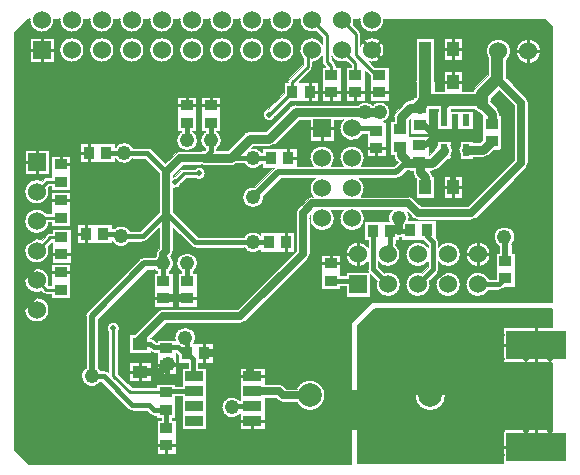
<source format=gbl>
%FSLAX25Y25*%
%MOIN*%
G04 EasyPC Gerber Version 18.0.8 Build 3632 *
%ADD18R,0.02402X0.03937*%
%ADD16R,0.03740X0.04331*%
%ADD19R,0.04134X0.05118*%
%ADD13R,0.06000X0.06000*%
%ADD12C,0.00100*%
%ADD10C,0.00500*%
%ADD11C,0.01000*%
%ADD24C,0.01500*%
%ADD22C,0.02000*%
%ADD23C,0.02500*%
%ADD25C,0.03000*%
%ADD26C,0.04000*%
%ADD21C,0.04800*%
%ADD14C,0.06000*%
%ADD70C,0.07874*%
%ADD20R,0.06181X0.03189*%
%ADD15R,0.04331X0.03740*%
%ADD17R,0.05118X0.04134*%
%ADD71R,0.20000X0.09646*%
X0Y0D02*
D02*
D10*
X120250Y51250D02*
X168394D01*
Y62626*
X184750*
Y84496*
X168394*
Y96642*
X184750*
Y102550*
X125850*
X120250Y96950*
Y75350*
X115450*
Y62550*
X120250*
Y51250*
X139122Y73750D02*
G75*
G02X149496I5187D01*
G01*
G75*
G02X139122I-5187*
G01*
X115450D02*
G36*
Y62550D01*
X120250*
Y51250*
X168394*
Y62626*
X184750*
Y73750*
X149496*
G75*
G02X139122I-5187*
G01*
X115450*
G37*
X139122D02*
G36*
G75*
G02X149496I5187D01*
G01*
X184750*
Y84496*
X168394*
Y96642*
X184750*
Y102550*
X125850*
X120250Y96950*
Y75350*
X115450*
Y73750*
X139122*
G37*
D02*
D11*
X10350Y64750D02*
X8350D01*
X10350Y76750D02*
X8350D01*
X10350Y92750D02*
X8350D01*
X10687Y151467D02*
X8687D01*
X12250Y62850D02*
Y60850D01*
Y66650D02*
Y68650D01*
Y74850D02*
Y72850D01*
Y78650D02*
Y80650D01*
Y90850D02*
Y88850D01*
Y94650D02*
Y96650D01*
X12333Y188907D02*
X10333D01*
X12350Y166750D02*
X10350D01*
X12350Y178750D02*
X10350D01*
X13187Y148967D02*
Y146967D01*
Y153967D02*
Y155967D01*
X14150Y64750D02*
X16150D01*
X14150Y76750D02*
X16150D01*
X14150Y92750D02*
X16150D01*
X14250Y164850D02*
Y162850D01*
Y168650D02*
Y170650D01*
Y176850D02*
Y174850D01*
Y180650D02*
Y182650D01*
X14833Y186407D02*
Y184407D01*
Y191407D02*
Y193407D01*
X16150Y166750D02*
X18150D01*
X16150Y178750D02*
X18150D01*
X17333Y188907D02*
X19333D01*
X19490Y114766D02*
X17490D01*
X19490Y138766D02*
X17490D01*
X19679Y120734D02*
X17679D01*
X21156Y109057D02*
X16226D01*
X13187Y112096*
X21156Y133057D02*
X14463D01*
X13187Y131781*
X21156Y145057D02*
X16620D01*
X13187Y141624*
X21156Y152136D02*
Y154136D01*
X21344Y126443D02*
X17691D01*
X13187Y121939*
X21350Y91750D02*
X19350D01*
X21350Y163750D02*
X19350D01*
X22821Y114766D02*
X24821D01*
X22821Y138766D02*
X24821D01*
X22821Y150766D02*
X24821D01*
X22906Y53406D02*
X21492Y51992D01*
X22906Y56094D02*
X21492Y57508D01*
X23010Y120734D02*
X25010D01*
X23250Y89850D02*
Y87850D01*
Y93650D02*
Y95650D01*
Y161850D02*
Y159850D01*
Y165650D02*
Y167650D01*
X25150Y91750D02*
X27150D01*
X25150Y163750D02*
X27150D01*
X25594Y53406D02*
X27008Y51992D01*
X25594Y56094D02*
X27008Y57508D01*
X26350Y173750D02*
X24350D01*
X27250Y136850D02*
Y134850D01*
Y140650D02*
Y142650D01*
X28219Y127656D02*
X26219D01*
X28250Y171850D02*
Y169850D01*
Y175650D02*
Y177650D01*
X29150Y138750D02*
X31150D01*
X29219Y154656D02*
X27219D01*
X29589Y125990D02*
Y123990D01*
Y129321D02*
Y131321D01*
X30150Y173750D02*
X32150D01*
X30589Y152990D02*
Y150990D01*
Y156321D02*
Y158321D01*
X36906Y112406D02*
X35492Y110992D01*
X36906Y115094D02*
X35492Y116508D01*
X38350Y139750D02*
X36350D01*
X38350Y162750D02*
X36350D01*
X38650Y96150D02*
Y80350D01*
X44250Y74750*
X56140*
X56156Y74766*
X39594Y115094D02*
X41008Y116508D01*
X40250Y137850D02*
Y135850D01*
Y141650D02*
Y143650D01*
Y160850D02*
Y158850D01*
Y164650D02*
Y166650D01*
X40906Y53406D02*
X39492Y51992D01*
X40906Y56094D02*
X39492Y57508D01*
X40906Y116406D02*
X39492Y114992D01*
X40906Y119094D02*
X39492Y120508D01*
X42150Y139750D02*
X44150D01*
X42150Y162750D02*
X44150D01*
X43350D02*
X41350D01*
X43594Y53406D02*
X45008Y51992D01*
X43594Y56094D02*
X45008Y57508D01*
X43594Y119094D02*
X45008Y120508D01*
X44350Y99750D02*
X42350D01*
X45250Y160850D02*
Y158850D01*
Y164650D02*
Y166650D01*
X45514Y81703D02*
X43514D01*
X46250Y97850D02*
Y95850D01*
Y101650D02*
Y103650D01*
X47150Y162750D02*
X49150D01*
X47350Y136750D02*
X45350D01*
X47350Y144750D02*
X45350D01*
X47573Y80136D02*
Y78136D01*
Y83270D02*
Y85270D01*
X48150Y99750D02*
X50150D01*
X49250Y134850D02*
Y132850D01*
Y138650D02*
Y140650D01*
Y142850D02*
Y140850D01*
Y146650D02*
Y148650D01*
X49632Y81703D02*
X51632D01*
X51150Y136750D02*
X53150D01*
X51150Y144750D02*
X53150D01*
X53679Y106089D02*
X51679D01*
X54679Y57089D02*
X52679D01*
X54679Y83734D02*
X52679D01*
X56344Y55719D02*
Y53719D01*
Y82364D02*
Y80364D01*
X57010Y106089D02*
X59010D01*
X57050Y82250D02*
Y80250D01*
X58010Y57089D02*
X60010D01*
X58010Y83734D02*
X60010D01*
X58950Y84150D02*
X60950D01*
X61350Y139750D02*
X59350D01*
X61490Y170411D02*
X59490D01*
X61679Y106089D02*
X59679D01*
X62350Y57750D02*
X60350D01*
X63156Y171781D02*
Y173781D01*
X63250Y137850D02*
Y135850D01*
Y141650D02*
Y143650D01*
X64250Y55850D02*
Y53850D01*
Y59650D02*
Y61650D01*
X64821Y170411D02*
X66821D01*
X65010Y106089D02*
X67010D01*
X65150Y139750D02*
X67150D01*
X66150Y57750D02*
X68150D01*
X67250Y147750D02*
X62250D01*
X59250Y144750*
X67350Y175750D02*
X65350D01*
X68911Y86179D02*
Y84179D01*
Y89510D02*
Y91510D01*
X69250Y177650D02*
Y179650D01*
X69350Y129750D02*
X67350D01*
X69490Y170411D02*
X67490D01*
X70281Y87844D02*
X72281D01*
X71150Y175750D02*
X73150D01*
X71156Y171781D02*
Y173781D01*
X71250Y131650D02*
Y133650D01*
X71906Y145406D02*
X70492Y143992D01*
X71906Y148094D02*
X70492Y149508D01*
X72821Y170411D02*
X74821D01*
X73150Y129750D02*
X75150D01*
X73350Y57750D02*
X71350D01*
X74594Y145406D02*
X76008Y143992D01*
X74594Y148094D02*
X76008Y149508D01*
X75250Y55850D02*
Y53850D01*
Y59650D02*
Y61650D01*
X75350Y117750D02*
X73350D01*
X77150Y57750D02*
X79150D01*
X77250Y115850D02*
Y113850D01*
Y119650D02*
Y121650D01*
X78350Y133750D02*
X76350D01*
X78350Y146750D02*
X76350D01*
X79150Y117750D02*
X81150D01*
X80250Y131850D02*
Y129850D01*
Y135650D02*
Y137650D01*
Y144850D02*
Y142850D01*
Y148650D02*
Y150650D01*
X82150Y133750D02*
X84150D01*
X82150Y146750D02*
X84150D01*
X82350Y57750D02*
X80350D01*
X82364Y65250D02*
X80364D01*
X82364Y80250D02*
X80364D01*
X82906Y116406D02*
X81492Y114992D01*
X82906Y119094D02*
X81492Y120508D01*
X84250Y55850D02*
Y53850D01*
Y59650D02*
Y61650D01*
X84955Y64156D02*
Y62156D01*
Y81344D02*
Y83344D01*
X85594Y116406D02*
X87008Y114992D01*
X85594Y119094D02*
X87008Y120508D01*
X86150Y57750D02*
X88150D01*
X87545Y65250D02*
X89545D01*
X87545Y80250D02*
X89545D01*
X90650Y167350D02*
X92250Y168950D01*
X92263*
X98357Y175044*
X92350Y98750D02*
X90350D01*
X94250Y96850D02*
Y94850D01*
Y100650D02*
Y102650D01*
X94350Y85750D02*
X92350D01*
X96111Y123179D02*
Y121179D01*
Y126510D02*
Y128510D01*
X96150Y98750D02*
X98150D01*
X96250Y83850D02*
Y81850D01*
Y87650D02*
Y89650D01*
X96911Y154510D02*
Y156510D01*
X98150Y85750D02*
X100150D01*
X98281Y152844D02*
X100281D01*
X98350Y57750D02*
X96350D01*
X98350Y160150D02*
X96350D01*
X98357Y175044D02*
Y178257D01*
X103450Y183350*
Y187525*
X104833Y188907*
X99350Y111750D02*
X97350D01*
X100250Y55850D02*
Y53850D01*
Y59650D02*
Y61650D01*
Y158250D02*
Y156250D01*
Y162050D02*
Y164050D01*
X101250Y109850D02*
Y107850D01*
Y113650D02*
Y115650D01*
X102150Y57750D02*
X104150D01*
X103150Y111750D02*
X105150D01*
X104066Y173379D02*
Y171379D01*
Y176710D02*
Y178710D01*
X105436Y175044D02*
X107436D01*
X105750Y162750D02*
X103750D01*
X108250Y160250D02*
Y158250D01*
X109490Y117766D02*
X107490D01*
X109679Y174734D02*
X107679D01*
X110750Y162750D02*
X112750D01*
X111156Y119136D02*
Y121136D01*
X111344Y173364D02*
Y171364D01*
Y180443D02*
Y183456D01*
X109850Y184950*
Y193890*
X104833Y198907*
X112350Y98750D02*
X110350D01*
X112821Y117766D02*
X114821D01*
X112906Y56406D02*
X111492Y54992D01*
X112906Y59094D02*
X111492Y60508D01*
X112906Y63406D02*
X111492Y61992D01*
X112906Y66094D02*
X111492Y67508D01*
X112906Y70406D02*
X111492Y68992D01*
X112906Y73094D02*
X111492Y74508D01*
X112906Y76406D02*
X111492Y74992D01*
X112906Y79094D02*
X111492Y80508D01*
X112906Y82406D02*
X111492Y80992D01*
X112906Y85094D02*
X111492Y86508D01*
X112906Y88406D02*
X111492Y86992D01*
X112906Y91094D02*
X111492Y92508D01*
X113010Y174734D02*
X115010D01*
X114250Y96850D02*
Y94850D01*
Y100650D02*
Y102650D01*
X115594Y56406D02*
X117008Y54992D01*
X115594Y59094D02*
X117008Y60508D01*
X115594Y63406D02*
X117008Y61992D01*
X115594Y66094D02*
X117008Y67508D01*
X115594Y70406D02*
X117008Y68992D01*
X115594Y73094D02*
X117008Y74508D01*
X115594Y76406D02*
X117008Y74992D01*
X115594Y79094D02*
X117008Y80508D01*
X115594Y82406D02*
X117008Y80992D01*
X115594Y85094D02*
X117008Y86508D01*
X115594Y88406D02*
X117008Y86992D01*
X115594Y91094D02*
X117008Y92508D01*
X116150Y98750D02*
X118150D01*
X117679Y174734D02*
X115679D01*
X117750Y120750D02*
X115750D01*
X119344Y173364D02*
Y171364D01*
Y180443D02*
Y184396D01*
X114833Y188907*
X120250Y118250D02*
Y116250D01*
Y123250D02*
Y125250D01*
X121010Y174734D02*
X123010D01*
X123065Y190675D02*
X121651Y192089D01*
X123906Y144094D02*
X122492Y145508D01*
X124679Y156334D02*
X122679D01*
X125679Y174734D02*
X123679D01*
X126344Y154964D02*
Y152964D01*
X126594Y144094D02*
X128008Y145508D01*
X126600Y187140D02*
X128015Y185726D01*
X126600Y190675D02*
X128015Y192089D01*
X127344Y180443D02*
X126357D01*
X119450Y187350*
Y194290*
X114833Y198907*
X128010Y156334D02*
X130010D01*
X129010Y174734D02*
X131010D01*
X133906Y142406D02*
X132492Y140992D01*
X133906Y179406D02*
X132492Y177992D01*
X133906Y182094D02*
X132492Y183508D01*
X134906Y194406D02*
X133492Y192992D01*
X134906Y197094D02*
X133492Y198508D01*
X136594Y142406D02*
X138008Y140992D01*
X136594Y145094D02*
X138008Y146508D01*
X136594Y179406D02*
X138008Y177992D01*
X136594Y182094D02*
X138008Y183508D01*
X137594Y194406D02*
X139008Y192992D01*
X137594Y197094D02*
X139008Y198508D01*
X150288Y143227D02*
X148288D01*
X150288Y178227D02*
X148288D01*
X150288Y189227D02*
X148288D01*
X151150Y160150D02*
X149150D01*
X151855Y141168D02*
Y139168D01*
Y145286D02*
Y147286D01*
Y180286D02*
Y182286D01*
Y187168D02*
Y185168D01*
Y191286D02*
Y193286D01*
X153050Y158250D02*
Y156250D01*
X153422Y143227D02*
X155422D01*
X153422Y178227D02*
X155422D01*
X153422Y189227D02*
X155422D01*
X154950Y160150D02*
X156950D01*
X157350Y183750D02*
X155350D01*
X157750Y120750D02*
X155750D01*
X158906Y147406D02*
X157492Y145992D01*
X158906Y150094D02*
X157492Y151508D01*
X159250Y181850D02*
Y179850D01*
Y185650D02*
Y187650D01*
X160250Y118250D02*
Y116250D01*
Y123250D02*
Y125250D01*
X161150Y183750D02*
X163150D01*
X161594Y147406D02*
X163008Y145992D01*
X161594Y150094D02*
X163008Y151508D01*
X162750Y120750D02*
X164750D01*
X167350Y153750D02*
X165350D01*
X169250Y151850D02*
Y149850D01*
Y155650D02*
Y157650D01*
Y166850D02*
Y164850D01*
Y170650D02*
Y172650D01*
X170144Y56553D02*
X168144D01*
X170144Y90569D02*
X168144D01*
X171350Y137750D02*
X169350D01*
X173250Y135850D02*
Y133850D01*
Y139650D02*
Y141650D01*
X174537Y188430D02*
X172537D01*
X175150Y137750D02*
X177150D01*
X177037Y185930D02*
Y183930D01*
Y190930D02*
Y192930D01*
X179537Y188430D02*
X181537D01*
X179644Y60876D02*
Y62876D01*
Y86246D02*
Y84246D01*
Y94892D02*
Y96892D01*
X179906Y113406D02*
X178492Y111992D01*
X179906Y116094D02*
X178492Y117508D01*
X180350Y129750D02*
X178350D01*
X180350Y145750D02*
X178350D01*
X180350Y163750D02*
X178350D01*
X180350Y176750D02*
X178350D01*
X182250Y127850D02*
Y125850D01*
Y131650D02*
Y133650D01*
Y143850D02*
Y141850D01*
Y147650D02*
Y149650D01*
Y161850D02*
Y159850D01*
Y165650D02*
Y167650D01*
Y174850D02*
Y172850D01*
Y178650D02*
Y180650D01*
X182594Y113406D02*
X184008Y111992D01*
X182594Y116094D02*
X184008Y117508D01*
D02*
D12*
X5550Y55650D02*
X10150Y51050D01*
X117850*
Y97750*
X125050Y104950*
X184950*
Y197050*
X182650Y199350*
X128858*
G75*
G02X124833Y194857I-4026J-443*
G01*
G75*
G02X120807Y199350J4050*
G01*
X118858*
G75*
G02X118574Y197358I-4026J-443*
G01*
X120547Y195386*
G75*
G02X121001Y194290I-1096J-1096*
G01*
Y190219*
G75*
G02X124833Y192957I3832J-1311*
G01*
G75*
G02Y184857J-4050*
G01*
G75*
G02X124061Y184932I1J4050*
G01*
X125628Y183364*
X130561*
Y171813*
X124128*
Y180480*
X122561Y182047*
Y171813*
X116128*
Y183364*
X117794*
Y183754*
X116382Y185166*
G75*
G02X111398Y186761I-1550J3742*
G01*
Y185593*
X112440Y184552*
G75*
G02X112894Y183456I-1095J-1097*
G01*
Y183364*
X114561*
Y171813*
X108128*
Y183364*
X109243*
X108753Y183854*
G75*
G02X108298Y184950I1095J1097*
G01*
Y186812*
G75*
G02X105001Y184861I-3465J2096*
G01*
Y183350*
G75*
G02X104546Y182254I-1550J0*
G01*
X100552Y178260*
X106986*
Y171829*
X97552*
X93456Y167741*
X92659Y166945*
G75*
G02X88600Y167350I-2009J405*
G01*
G75*
G02X90245Y169359I2050*
G01*
X91044Y170159*
X95437Y174543*
Y178260*
X96806*
G75*
G02X97261Y179353I1550J-3*
G01*
X101901Y183992*
Y186113*
G75*
G02X104833Y192957I2932J2794*
G01*
G75*
G02X108298Y191003J-4050*
G01*
Y193248*
X106382Y195165*
G75*
G02X100807Y199350I-1549J3742*
G01*
X98858*
G75*
G02X94833Y194857I-4026J-443*
G01*
G75*
G02X90807Y199350J4050*
G01*
X88858*
G75*
G02X84833Y194857I-4026J-443*
G01*
G75*
G02X80807Y199350J4050*
G01*
X78858*
G75*
G02X74833Y194857I-4026J-443*
G01*
G75*
G02X70807Y199350J4050*
G01*
X68858*
G75*
G02X64833Y194857I-4026J-443*
G01*
G75*
G02X60807Y199350J4050*
G01*
X58858*
G75*
G02X54833Y194857I-4026J-443*
G01*
G75*
G02X50807Y199350J4050*
G01*
X48858*
G75*
G02X44833Y194857I-4026J-443*
G01*
G75*
G02X40807Y199350J4050*
G01*
X38858*
G75*
G02X34833Y194857I-4026J-443*
G01*
G75*
G02X30807Y199350J4050*
G01*
X28858*
G75*
G02X24833Y194857I-4026J-443*
G01*
G75*
G02X20807Y199350J4050*
G01*
X18858*
G75*
G02X14833Y194857I-4026J-443*
G01*
G75*
G02X10807Y199350J4050*
G01*
X9850*
X5550Y195050*
Y55650*
X13187Y98204D02*
G75*
G02Y106304J4050D01*
G01*
G75*
G02Y98204J-4050*
G01*
X14737Y108355D02*
G75*
G02X13187Y108046I-1550J3741D01*
G01*
G75*
G02Y116146J4050*
G01*
G75*
G02X16953Y110607J-4050*
G01*
X17939*
Y117687*
X24372*
Y106136*
X17939*
Y107507*
X16226*
G75*
G02X15130Y107961J1550*
G01*
X14737Y108355*
Y125681D02*
X16595Y127539D01*
G75*
G02X17691Y127993I1096J-1096*
G01*
X18128*
Y129364*
X24561*
Y117813*
X18128*
Y124688*
X16929Y123489*
G75*
G02X13187Y117889I-3742J-1550*
G01*
G75*
G02Y125989J4050*
G01*
G75*
G02X14737Y125681J-4050*
G01*
Y145366D02*
X15524Y146153D01*
G75*
G02X16620Y146607I1096J-1096*
G01*
X17939*
Y153687*
X24372*
Y142136*
X17939*
Y143507*
X17262*
X16929Y143174*
G75*
G02X13187Y137574I-3742J-1550*
G01*
G75*
G02Y145674J4050*
G01*
G75*
G02X14737Y145366J-4050*
G01*
X16089Y134607D02*
X17939D01*
Y141687*
X24372*
Y130136*
X17939*
Y131507*
X17228*
G75*
G02X13187Y127731I-4041J274*
G01*
G75*
G02Y135831J4050*
G01*
G75*
G02X16089Y134607J-4050*
G01*
X17238Y147415D02*
X9136D01*
Y155518*
X17238*
Y147415*
X18884Y184856D02*
X10781D01*
Y192959*
X18884*
Y184856*
X24833Y184857D02*
G75*
G02Y192957J4050D01*
G01*
G75*
G02Y184857J-4050*
G01*
X29400Y82925D02*
Y100150D01*
G75*
G02X30000Y101600I2050*
G01*
X47600Y119200*
G75*
G02X49050Y119800I1450J-1450*
G01*
X52475*
G75*
G02X52950Y120322I2776J-2050*
G01*
Y120750*
G75*
G02X53624Y122376I2300*
G01*
X53950Y122703*
Y129704*
X49723Y125477*
G75*
G02X48450Y124950I-1273J1273*
G01*
X44194*
G75*
G02X38219Y125101I-2944J1800*
G01*
Y124439*
X26667*
Y130872*
X38219*
Y129456*
X39108*
G75*
G02X44194Y128550I2142J-2706*
G01*
X47704*
X53950Y134796*
Y140422*
G75*
G02X53920Y141324I2299J528*
G01*
Y147892*
X49092Y152720*
X45175*
G75*
G02X39339Y152698I-2925J1830*
G01*
X39219*
Y151439*
X27667*
Y157872*
X39219*
Y156613*
X39485*
G75*
G02X45175Y156380I2765J-2063*
G01*
X49850*
G75*
G02X51144Y155844I0J-1830*
G01*
X55918Y151070*
X59424Y154576*
G75*
G02X61050Y155250I1626J-1626*
G01*
X67926*
G75*
G02X69064Y155510I1124J-2300*
G01*
X69395Y155841*
G75*
G02X69198Y161524I1855J2909*
G01*
Y161781*
X67939*
Y173333*
X74372*
Y161781*
X73113*
Y161654*
G75*
G02X73050Y155807I-1863J-2904*
G01*
Y155500*
X76794*
X82447Y161152*
G75*
G02X84250Y161898I1803J-1804*
G01*
X89593*
X97646Y169954*
G75*
G02X99450Y170702I1804J-1803*
G01*
X120328*
G75*
G02X124972I2322J-2552*
G01*
X125128*
G75*
G02X130900Y168150I2322J-2552*
G01*
G75*
G02X128770Y164963I-3450*
G01*
X129561*
Y153415*
X123128*
Y160950*
X121878*
G75*
G02X114200Y162750I-3628J1800*
G01*
G75*
G02X115374Y165602I4050*
G01*
X112301*
Y158699*
X104199*
Y165602*
X100507*
X92454Y157546*
G75*
G02X90650Y156798I-1804J1803*
G01*
X85306*
X84656Y156148*
G75*
G02X88024Y154802I594J-3399*
G01*
X88281*
Y156061*
X99833*
Y150200*
X105104*
G75*
G02X104200Y152750I3146J2550*
G01*
G75*
G02X112300I4050*
G01*
G75*
G02X111396Y150200I-4050*
G01*
X115104*
G75*
G02X114200Y152750I3146J2550*
G01*
G75*
G02X122300I4050*
G01*
G75*
G02X121396Y150200I-4050*
G01*
X132201*
X133398Y151397*
X132848Y151948*
G75*
G02X132102Y153750I1804J1802*
G01*
Y153781*
X130939*
Y165333*
X132102*
Y166550*
G75*
G02X132848Y168353I2550*
G01*
X135894Y171399*
G75*
G02X137530Y172141I1804J-1803*
G01*
Y172518*
X138473*
G75*
G02X139304Y173117I2272J-2273*
G01*
X139443Y173256*
Y178227*
G75*
G02X139486Y178755I3207*
G01*
Y181837*
X139553*
Y185618*
X139486*
Y192837*
X145719*
Y185618*
X145653*
Y181837*
X145719*
Y179161*
G75*
G02X145857Y178227I-3069J-934*
G01*
Y175200*
X148738*
Y181837*
X154970*
Y175200*
X158587*
G75*
G02X159293Y176307I2863J-1050*
G01*
X163600Y180613*
Y186289*
G75*
G02X162987Y188430I3437J2142*
G01*
G75*
G02X171087I4050*
G01*
G75*
G02X169700Y185379I-4050*
G01*
Y180095*
G75*
G02X169788Y179465I-3050J-746*
G01*
X176276Y172976*
G75*
G02X176950Y171350I-1626J-1626*
G01*
Y151350*
G75*
G02X176276Y149724I-2300*
G01*
X159476Y132924*
G75*
G02X157850Y132250I-1626J1626*
G01*
X140250*
G75*
G02X138624Y132924J2300*
G01*
X136787Y134761*
G75*
G02X137183Y132061I-2937J-1811*
G01*
X146187*
Y126359*
X146523Y126023*
G75*
G02X147050Y124750I-1273J-1273*
G01*
Y123232*
G75*
G02X150250Y124800I3200J-2482*
G01*
G75*
G02Y116700J-4050*
G01*
G75*
G02X147050Y118268J4050*
G01*
Y115750*
G75*
G02X146523Y114477I-1800*
G01*
X144088Y112043*
G75*
G02X140250Y106700I-3838J-1293*
G01*
G75*
G02Y114800J4050*
G01*
G75*
G02X141543Y114588J-4050*
G01*
X143450Y116496*
Y118268*
G75*
G02X140250Y116700I-3200J2482*
G01*
G75*
G02Y124800J4050*
G01*
G75*
G02X143450Y123232J-4050*
G01*
Y124004*
X141993Y125461*
G75*
G02X141846Y125628I1273J1274*
G01*
X134636*
Y126452*
G75*
G02X133864Y126316I-786J2204*
G01*
Y125439*
X132743*
Y123942*
G75*
G02X130250Y116700I-2493J-3192*
G01*
G75*
G02X127034Y118288J4050*
G01*
Y116511*
X128957Y114588*
G75*
G02X130250Y114800I1293J-3838*
G01*
G75*
G02Y106700J-4050*
G01*
G75*
G02X126412Y112043J4050*
G01*
X124301Y114153*
Y106699*
X116199*
Y110257*
X114372*
Y109136*
X107939*
Y120687*
X114372*
Y113857*
X116199*
Y114801*
X123715*
G75*
G02X123434Y115766I1520J965*
G01*
Y118247*
G75*
G02X120250Y116700I-3184J2503*
G01*
G75*
G02Y124800J4050*
G01*
G75*
G02X123434Y123253J-4050*
G01*
Y125439*
X122313*
Y131872*
X130573*
G75*
G02X131472Y135450I3277J1078*
G01*
X121269*
G75*
G02X122300Y132750I-3019J-2700*
G01*
G75*
G02X114200I-4050*
G01*
G75*
G02X115231Y135450I4050J0*
G01*
X111269*
G75*
G02X112300Y132750I-3019J-2700*
G01*
G75*
G02X104200I-4050*
G01*
G75*
G02X104333Y133781I4050J0*
G01*
X104150Y133597*
Y120950*
G75*
G02X103476Y119324I-2300*
G01*
X82676Y98524*
G75*
G02X81050Y97850I-1626J1626*
G01*
X56121*
X51183Y92912*
Y92750*
G75*
G02X52318Y92228I-138J-1795*
G01*
X52996Y91550*
X53128*
Y92364*
X59250*
G75*
G02X59200Y92950I3400J585*
G01*
G75*
G02X66100I3450*
G01*
G75*
G02X65537Y91061I-3450*
G01*
X71833*
Y84628*
X67050*
Y82896*
X69687*
Y62604*
X61404*
Y73450*
X59372*
Y66136*
X58144*
Y65719*
X59561*
Y54167*
X53128*
Y65719*
X54544*
Y66136*
X52939*
Y66993*
X52250*
G75*
G02X50866Y67566J1957*
G01*
X49839Y68593*
X45050*
G75*
G02X43666Y69166J1957*
G01*
X34639Y78193*
X34291*
G75*
G02X28000Y80150I-2841J1957*
G01*
G75*
G02X29400Y82925I3450*
G01*
X34833Y184857D02*
G75*
G02Y192957J4050D01*
G01*
G75*
G02Y184857J-4050*
G01*
X44833D02*
G75*
G02Y192957J4050D01*
G01*
G75*
G02Y184857J-4050*
G01*
X54833D02*
G75*
G02Y192957J4050D01*
G01*
G75*
G02Y184857J-4050*
G01*
X59939Y161781D02*
Y173333D01*
X66372*
Y161781*
X65113*
Y161654*
G75*
G02X66700Y158750I-1863J-2904*
G01*
G75*
G02X59800I-3450*
G01*
G75*
G02X61198Y161524I3450*
G01*
Y161781*
X59939*
X64833Y184857D02*
G75*
G02Y192957J4050D01*
G01*
G75*
G02Y184857J-4050*
G01*
X74833D02*
G75*
G02Y192957J4050D01*
G01*
G75*
G02Y184857J-4050*
G01*
X80813Y67441D02*
G75*
G02X74800Y69750I-2563J2309D01*
G01*
G75*
G02X80813Y72059I3450*
G01*
Y82896*
X89096*
Y77550*
X93750*
G75*
G02X95376Y76876J-2300*
G01*
X96203Y76050*
X99766*
G75*
G02X109178Y73750I4425J-2300*
G01*
G75*
G02X99766Y71450I-4987*
G01*
X95250*
G75*
G02X93624Y72124J2300*
G01*
X92797Y72950*
X89096*
Y62604*
X80813*
Y67441*
X84833Y184857D02*
G75*
G02Y192957J4050D01*
G01*
G75*
G02Y184857J-4050*
G01*
X94833D02*
G75*
G02Y192957J4050D01*
G01*
G75*
G02Y184857J-4050*
G01*
X150250Y106700D02*
G75*
G02Y114800J4050D01*
G01*
G75*
G02Y106700J-4050*
G01*
X154970Y192837D02*
Y185618D01*
X148738*
Y192837*
X154970*
X160250Y116700D02*
G75*
G02Y124800J4050D01*
G01*
G75*
G02Y116700J-4050*
G01*
X163878Y108950D02*
G75*
G02X160250Y106700I-3628J1800D01*
G01*
G75*
G02Y114800J4050*
G01*
G75*
G02X163878Y112550J-4050*
G01*
X166128*
Y121364*
X167294*
Y123580*
G75*
G02X165600Y126550I1756J2970*
G01*
G75*
G02X172500I3450*
G01*
G75*
G02X171394Y124019I-3450*
G01*
Y121364*
X172561*
Y109813*
X168969*
X168633Y109477*
G75*
G02X167360Y108950I-1273J1273*
G01*
X163878*
X181087Y188430D02*
G75*
G02X172987I-4050D01*
G01*
G75*
G02X181087I4050*
G01*
X5550Y102254D02*
G36*
Y72750D01*
X40081*
X34639Y78193*
X34291*
G75*
G02X28000Y80150I-2841J1957*
G01*
G75*
G02X29400Y82925I3450*
G01*
Y100150*
G75*
G02X30000Y101600I2050*
G01*
X30655Y102254*
X17237*
G75*
G02X13187Y98204I-4050*
G01*
G75*
G02X9137Y102254J4050*
G01*
X5550*
G37*
X9137D02*
G36*
G75*
G02X13187Y106304I4050D01*
G01*
G75*
G02X17237Y102254J-4050*
G01*
X30655*
X40312Y111911*
X24372*
Y106136*
X17939*
Y107507*
X16226*
G75*
G02X15130Y107961J1550*
G01*
X14737Y108355*
G75*
G02X13187Y108046I-1550J3741*
G01*
G75*
G02X9141Y111911J4050*
G01*
X5550*
Y102254*
X9137*
G37*
X86407D02*
G36*
X82676Y98524D01*
G75*
G02X81050Y97850I-1626J1626*
G01*
X56121*
X51183Y92912*
Y92750*
G75*
G02X52318Y92228I-138J-1795*
G01*
X52996Y91550*
X53128*
Y92364*
X59250*
G75*
G02X59200Y92950I3400J585*
G01*
G75*
G02X66100I3450*
G01*
G75*
G02X65537Y91061I-3450*
G01*
X71833*
Y84628*
X67050*
Y82896*
X69687*
Y72750*
X76546*
G75*
G02X80813Y72059I1704J-3000*
G01*
Y82896*
X89096*
Y77550*
X93750*
G75*
G02X95376Y76876J-2300*
G01*
X96203Y76050*
X99766*
G75*
G02X109178Y73750I4425J-2300*
G01*
G75*
G02X109077Y72750I-4987J0*
G01*
X117850*
Y97750*
X122354Y102254*
X86407*
G37*
X122354D02*
G36*
X125050Y104950D01*
X184950*
Y111911*
X172561*
Y109813*
X168969*
X168633Y109477*
G75*
G02X167360Y108950I-1273J1273*
G01*
X163878*
G75*
G02X160250Y106700I-3628J1800*
G01*
G75*
G02X156370Y111911J4050*
G01*
X154130*
G75*
G02X150250Y106700I-3880J-1161*
G01*
G75*
G02X146370Y111911J4050*
G01*
X144130*
G75*
G02X140250Y106700I-3880J-1161*
G01*
G75*
G02Y114800J4050*
G01*
G75*
G02X141543Y114588J-4050*
G01*
X143450Y116496*
Y118268*
G75*
G02X140250Y116700I-3200J2482*
G01*
G75*
G02Y124800J4050*
G01*
G75*
G02X143450Y123232J-4050*
G01*
Y124004*
X141993Y125461*
G75*
G02X141846Y125628I1273J1274*
G01*
X134636*
Y126452*
G75*
G02X133864Y126316I-786J2204*
G01*
Y125439*
X132743*
Y123942*
G75*
G02X130250Y116700I-2493J-3192*
G01*
G75*
G02X127034Y118288J4050*
G01*
Y116511*
X128957Y114588*
G75*
G02X130250Y114800I1293J-3838*
G01*
G75*
G02Y106700J-4050*
G01*
G75*
G02X126412Y112043J4050*
G01*
X124301Y114153*
Y106699*
X116199*
Y110257*
X114372*
Y109136*
X107939*
Y120687*
X114372*
Y113857*
X116199*
Y114801*
X123715*
G75*
G02X123434Y115766I1520J965*
G01*
Y118247*
G75*
G02X120250Y116700I-3184J2503*
G01*
G75*
G02Y124800J4050*
G01*
G75*
G02X123434Y123253J-4050*
G01*
Y125439*
X122313*
Y131872*
X130573*
G75*
G02X131472Y135450I3277J1078*
G01*
X121269*
G75*
G02X122300Y132750I-3019J-2700*
G01*
G75*
G02X114200I-4050*
G01*
G75*
G02X115231Y135450I4050J0*
G01*
X111269*
G75*
G02X112300Y132750I-3019J-2700*
G01*
G75*
G02X104200I-4050*
G01*
G75*
G02X104333Y133781I4050J0*
G01*
X104150Y133597*
Y120950*
G75*
G02X103476Y119324I-2300*
G01*
X86407Y102254*
X122354*
G37*
X9141Y111911D02*
G36*
G75*
G02X13187Y116146I4046J185D01*
G01*
G75*
G02X16953Y110607J-4050*
G01*
X17939*
Y117687*
X24372*
Y111911*
X40312*
X47600Y119200*
G75*
G02X49050Y119800I1450J-1450*
G01*
X52475*
G75*
G02X52950Y120322I2776J-2050*
G01*
Y120750*
G75*
G02X53624Y122376I2300*
G01*
X53950Y122703*
Y129704*
X49723Y125477*
G75*
G02X48450Y124950I-1273J1273*
G01*
X44194*
G75*
G02X39867Y123589I-2944J1800*
G01*
X24561*
Y117813*
X18128*
Y124688*
X16929Y123489*
G75*
G02X13187Y117889I-3742J-1550*
G01*
G75*
G02X9488Y123589J4050*
G01*
X5550*
Y111911*
X9141*
G37*
X146370D02*
G36*
G75*
G02X150250Y114800I3880J-1161D01*
G01*
G75*
G02X154130Y111911J-4050*
G01*
X156370*
G75*
G02X160250Y114800I3880J-1161*
G01*
G75*
G02X163878Y112550J-4050*
G01*
X166128*
Y121364*
X167294*
Y123580*
G75*
G02X167280Y123589I1752J2964*
G01*
X163139*
G75*
G02X160250Y116700I-2889J-2839*
G01*
G75*
G02X157361Y123589J4050*
G01*
X153139*
G75*
G02X150250Y116700I-2889J-2839*
G01*
G75*
G02X147050Y118268J4050*
G01*
Y115750*
G75*
G02X146523Y114477I-1800*
G01*
X144088Y112043*
G75*
G02X144130Y111911I-3837J-1294*
G01*
X146370*
G37*
X184950D02*
G36*
Y123589D01*
X171394*
Y121364*
X172561*
Y111911*
X184950*
G37*
X9488Y123589D02*
G36*
G75*
G02X13187Y125989I3699J-1650D01*
G01*
G75*
G02X14737Y125681J-4050*
G01*
X16595Y127539*
G75*
G02X17691Y127993I1096J-1096*
G01*
X18128*
Y129364*
X24561*
Y123589*
X39867*
G75*
G02X38219Y125101I1383J3161*
G01*
Y124439*
X26667*
Y130872*
X38219*
Y129456*
X39108*
G75*
G02X44194Y128550I2142J-2706*
G01*
X47704*
X53863Y134709*
X24372*
Y130136*
X17939*
Y131507*
X17228*
G75*
G02X13187Y127731I-4041J274*
G01*
G75*
G02X10389Y134709J4050*
G01*
X5550*
Y123589*
X9488*
G37*
X157361D02*
G36*
G75*
G02X160250Y124800I2889J-2839D01*
G01*
G75*
G02X163139Y123589J-4050*
G01*
X167280*
G75*
G02X165600Y126550I1770J2961*
G01*
G75*
G02X172500I3450*
G01*
G75*
G02X171394Y124019I-3450*
G01*
Y123589*
X184950*
Y134709*
X161262*
X159476Y132924*
G75*
G02X157850Y132250I-1626J1626*
G01*
X140250*
G75*
G02X138624Y132924J2300*
G01*
X136787Y134761*
G75*
G02X137183Y132061I-2937J-1811*
G01*
X146187*
Y126359*
X146523Y126023*
G75*
G02X147050Y124750I-1273J-1273*
G01*
Y123232*
G75*
G02X150250Y124800I3200J-2482*
G01*
G75*
G02X153139Y123589J-4050*
G01*
X157361*
G37*
X5550Y145630D02*
G36*
Y134709D01*
X10389*
G75*
G02X13187Y135831I2798J-2928*
G01*
G75*
G02X16089Y134607J-4050*
G01*
X17939*
Y141687*
X24372*
Y134709*
X53863*
X53950Y134796*
Y140422*
G75*
G02X53920Y141324I2299J528*
G01*
Y145630*
X24372*
Y142136*
X17939*
Y143507*
X17262*
X16929Y143174*
G75*
G02X13187Y137574I-3742J-1550*
G01*
G75*
G02X12594Y145630J4050*
G01*
X5550*
G37*
X12594D02*
G36*
G75*
G02X13187Y145674I593J-4007D01*
G01*
G75*
G02X14737Y145366J-4050*
G01*
X15524Y146153*
G75*
G02X16620Y146607I1096J-1096*
G01*
X17939*
Y151467*
X17238*
Y147415*
X9136*
Y151467*
X5550*
Y145630*
X12594*
G37*
X53920D02*
G36*
Y147892D01*
X49092Y152720*
X45175*
G75*
G02X39339Y152698I-2925J1830*
G01*
X39219*
Y151439*
X27667*
Y151467*
X24372*
Y145630*
X53920*
G37*
X172183Y145632D02*
G36*
X161262Y134711D01*
X184951*
Y145632*
X172183*
G37*
X184950Y145630D02*
G36*
Y151467D01*
X176950*
Y151350*
G75*
G02X176276Y149724I-2300*
G01*
X172183Y145630*
X184950*
G37*
X9136Y151467D02*
G36*
Y155518D01*
X17238*
Y151467*
X17939*
Y153687*
X24372*
Y151467*
X27667*
Y157872*
X39219*
Y156613*
X39485*
G75*
G02X45175Y156380I2765J-2063*
G01*
X49850*
G75*
G02X51144Y155844I0J-1830*
G01*
X55918Y151070*
X59424Y154576*
G75*
G02X61050Y155250I1626J-1626*
G01*
X67926*
G75*
G02X69064Y155510I1124J-2300*
G01*
X69395Y155841*
G75*
G02X69198Y161524I1855J2909*
G01*
Y161781*
X67939*
Y164316*
X66372*
Y161781*
X65113*
Y161654*
G75*
G02X66700Y158750I-1863J-2904*
G01*
G75*
G02X59800I-3450*
G01*
G75*
G02X61198Y161524I3450*
G01*
Y161781*
X59939*
Y164316*
X5550*
Y151467*
X9136*
G37*
X184951D02*
G36*
Y164317D01*
X176951*
Y151467*
X184951*
G37*
X5550Y188907D02*
G36*
Y164316D01*
X59939*
Y173333*
X66372*
Y164316*
X67939*
Y173333*
X74372*
Y161781*
X73113*
Y161654*
G75*
G02X73050Y155807I-1863J-2904*
G01*
Y155500*
X76794*
X82447Y161152*
G75*
G02X84250Y161898I1803J-1804*
G01*
X89593*
X97646Y169954*
G75*
G02X99450Y170702I1804J-1803*
G01*
X120328*
G75*
G02X124972I2322J-2552*
G01*
X125128*
G75*
G02X130900Y168150I2322J-2552*
G01*
G75*
G02X128770Y164963I-3450*
G01*
X129561*
Y153415*
X123128*
Y160950*
X121878*
G75*
G02X114200Y162750I-3628J1800*
G01*
G75*
G02X115374Y165602I4050*
G01*
X112301*
Y158699*
X104199*
Y165602*
X100507*
X92454Y157546*
G75*
G02X90650Y156798I-1804J1803*
G01*
X85306*
X84656Y156148*
G75*
G02X88024Y154802I594J-3399*
G01*
X88281*
Y156061*
X99833*
Y150200*
X105104*
G75*
G02X104200Y152750I3146J2550*
G01*
G75*
G02X112300I4050*
G01*
G75*
G02X111396Y150200I-4050*
G01*
X115104*
G75*
G02X114200Y152750I3146J2550*
G01*
G75*
G02X122300I4050*
G01*
G75*
G02X121396Y150200I-4050*
G01*
X132201*
X133398Y151397*
X132848Y151948*
G75*
G02X132102Y153750I1804J1802*
G01*
Y153781*
X130939*
Y165333*
X132102*
Y166550*
G75*
G02X132848Y168353I2550*
G01*
X135894Y171399*
G75*
G02X137530Y172141I1804J-1803*
G01*
Y172518*
X138473*
G75*
G02X139304Y173117I2272J-2273*
G01*
X139443Y173256*
Y178227*
G75*
G02X139486Y178755I3207*
G01*
Y181837*
X139553*
Y185618*
X139486*
Y188907*
X128883*
G75*
G02X124833Y184857I-4050*
G01*
G75*
G02X124061Y184932I1J4050*
G01*
X125628Y183364*
X130561*
Y171813*
X124128*
Y180480*
X122561Y182047*
Y171813*
X116128*
Y183364*
X117794*
Y183754*
X116382Y185166*
G75*
G02X111398Y186761I-1550J3742*
G01*
Y185593*
X112440Y184552*
G75*
G02X112894Y183456I-1095J-1097*
G01*
Y183364*
X114561*
Y171813*
X108128*
Y183364*
X109243*
X108753Y183854*
G75*
G02X108298Y184950I1095J1097*
G01*
Y186812*
G75*
G02X105001Y184861I-3465J2096*
G01*
Y183350*
G75*
G02X104546Y182254I-1550J0*
G01*
X100552Y178260*
X106986*
Y171829*
X97552*
X93456Y167741*
X92659Y166945*
G75*
G02X88600Y167350I-2009J405*
G01*
G75*
G02X90245Y169359I2050*
G01*
X91044Y170159*
X95437Y174543*
Y178260*
X96806*
G75*
G02X97261Y179353I1550J-3*
G01*
X101901Y183992*
Y186113*
G75*
G02X100783Y188907I2932J2794*
G01*
X98883*
G75*
G02X94833Y184857I-4050*
G01*
G75*
G02X90783Y188907J4050*
G01*
X88883*
G75*
G02X84833Y184857I-4050*
G01*
G75*
G02X80783Y188907J4050*
G01*
X78883*
G75*
G02X74833Y184857I-4050*
G01*
G75*
G02X70783Y188907J4050*
G01*
X68883*
G75*
G02X64833Y184857I-4050*
G01*
G75*
G02X60783Y188907J4050*
G01*
X58883*
G75*
G02X54833Y184857I-4050*
G01*
G75*
G02X50783Y188907J4050*
G01*
X48883*
G75*
G02X44833Y184857I-4050*
G01*
G75*
G02X40783Y188907J4050*
G01*
X38883*
G75*
G02X34833Y184857I-4050*
G01*
G75*
G02X30783Y188907J4050*
G01*
X28883*
G75*
G02X24833Y184857I-4050*
G01*
G75*
G02X20783Y188907J4050*
G01*
X18884*
Y184856*
X10781*
Y188907*
X5550*
G37*
X10781D02*
G36*
Y192959D01*
X18884*
Y188907*
X20783*
G75*
G02X24833Y192957I4050*
G01*
G75*
G02X28883Y188907J-4050*
G01*
X30783*
G75*
G02X34833Y192957I4050*
G01*
G75*
G02X38883Y188907J-4050*
G01*
X40783*
G75*
G02X44833Y192957I4050*
G01*
G75*
G02X48883Y188907J-4050*
G01*
X50783*
G75*
G02X54833Y192957I4050*
G01*
G75*
G02X58883Y188907J-4050*
G01*
X60783*
G75*
G02X64833Y192957I4050*
G01*
G75*
G02X68883Y188907J-4050*
G01*
X70783*
G75*
G02X74833Y192957I4050*
G01*
G75*
G02X78883Y188907J-4050*
G01*
X80783*
G75*
G02X84833Y192957I4050*
G01*
G75*
G02X88883Y188907J-4050*
G01*
X90783*
G75*
G02X94833Y192957I4050*
G01*
G75*
G02X98883Y188907J-4050*
G01*
X100783*
G75*
G02X104833Y192957I4050*
G01*
G75*
G02X108298Y191003J-4050*
G01*
Y193248*
X106382Y195165*
G75*
G02X100807Y199350I-1549J3742*
G01*
X98858*
G75*
G02X94833Y194857I-4026J-443*
G01*
G75*
G02X90807Y199350J4050*
G01*
X88858*
G75*
G02X84833Y194857I-4026J-443*
G01*
G75*
G02X80807Y199350J4050*
G01*
X78858*
G75*
G02X74833Y194857I-4026J-443*
G01*
G75*
G02X70807Y199350J4050*
G01*
X68858*
G75*
G02X64833Y194857I-4026J-443*
G01*
G75*
G02X60807Y199350J4050*
G01*
X58858*
G75*
G02X54833Y194857I-4026J-443*
G01*
G75*
G02X50807Y199350J4050*
G01*
X48858*
G75*
G02X44833Y194857I-4026J-443*
G01*
G75*
G02X40807Y199350J4050*
G01*
X38858*
G75*
G02X34833Y194857I-4026J-443*
G01*
G75*
G02X30807Y199350J4050*
G01*
X28858*
G75*
G02X24833Y194857I-4026J-443*
G01*
G75*
G02X20807Y199350J4050*
G01*
X18858*
G75*
G02X14833Y194857I-4026J-443*
G01*
G75*
G02X10807Y199350J4050*
G01*
X9850*
X5550Y195050*
Y188907*
X10781*
G37*
X139486D02*
G36*
Y192837D01*
X145719*
Y188907*
X148738*
Y192837*
X154970*
Y188907*
X163016*
G75*
G02X171059I4022J-477*
G01*
X173016*
G75*
G02X181059I4022J-477*
G01*
X184950*
Y197050*
X182650Y199350*
X128858*
G75*
G02X124833Y194857I-4026J-443*
G01*
G75*
G02X120807Y199350J4050*
G01*
X118858*
G75*
G02X118574Y197358I-4026J-443*
G01*
X120547Y195386*
G75*
G02X121001Y194290I-1096J-1096*
G01*
Y190219*
G75*
G02X124833Y192957I3832J-1311*
G01*
G75*
G02X128883Y188907J-4050*
G01*
X139486*
G37*
X145719D02*
G36*
Y185618D01*
X145653*
Y181837*
X145719*
Y179161*
G75*
G02X145857Y178227I-3069J-934*
G01*
Y175200*
X148738*
Y181837*
X154970*
Y175200*
X158587*
G75*
G02X159293Y176307I2863J-1050*
G01*
X163600Y180613*
Y186289*
G75*
G02X162987Y188430I3437J2142*
G01*
G75*
G02X163016Y188907I4050J-1*
G01*
X154970*
Y185618*
X148738*
Y188907*
X145719*
G37*
X171059D02*
G36*
G75*
G02X171087Y188430I-4022J-478D01*
G01*
G75*
G02X169700Y185379I-4050*
G01*
Y180095*
G75*
G02X169788Y179465I-3050J-746*
G01*
X176276Y172976*
G75*
G02X176950Y171350I-1626J-1626*
G01*
Y164316*
X184950*
Y188907*
X181059*
G75*
G02X181087Y188430I-4022J-478*
G01*
G75*
G02X172987I-4050*
G01*
G75*
G02X173016Y188907I4050J-1*
G01*
X171059*
G37*
X5550Y72750D02*
G36*
Y55650D01*
X10150Y51050*
X117850*
Y72750*
X109077*
G75*
G02X99766Y71450I-4886J1000*
G01*
X95250*
G75*
G02X93624Y72124J2300*
G01*
X92797Y72950*
X89096*
Y62604*
X80813*
Y67441*
G75*
G02X74800Y69750I-2563J2309*
G01*
G75*
G02X76546Y72750I3450*
G01*
X69687*
Y62604*
X61404*
Y73450*
X59372*
Y66136*
X58144*
Y65719*
X59561*
Y54167*
X53128*
Y65719*
X54544*
Y66136*
X52939*
Y66993*
X52250*
G75*
G02X50866Y67566J1957*
G01*
X49839Y68593*
X45050*
G75*
G02X43666Y69166J1957*
G01*
X40081Y72750*
X5550*
G37*
X33500Y82925D02*
G75*
G02X34291Y82107I-2050J-2775D01*
G01*
X35450*
G75*
G02X36834Y81534J-1957*
G01*
X36943Y81426*
Y95015*
G75*
G02X36600Y96150I1708J1135*
G01*
G75*
G02X40700I2050*
G01*
G75*
G02X40357Y95015I-2050*
G01*
Y81057*
X44957Y76457*
X52939*
Y77687*
X59372*
Y77050*
X61404*
Y82896*
X63450*
Y84628*
X60281*
Y87173*
X59561Y87893*
Y80813*
X53128*
Y87950*
X52250*
G75*
G02X51183Y88300J1800*
G01*
Y87837*
X43963*
Y94073*
X45845*
G75*
G02X45946Y94181I1729J-1520*
G01*
X53542Y101776*
G75*
G02X55168Y102450I1626J-1626*
G01*
X80097*
X99550Y121903*
Y134550*
G75*
G02X100224Y136176I2300*
G01*
X103424Y139376*
G75*
G02X105050Y140050I1626J-1626*
G01*
X105231*
G75*
G02X105974Y146100I3019J2700*
G01*
X94499*
X88662Y140263*
G75*
G02X88700Y139750I-3412J-512*
G01*
G75*
G02X81800I-3450*
G01*
G75*
G02X85763Y143162I3450*
G01*
X92200Y149600*
G75*
G02X92230Y149628I1448J-1459*
G01*
X88281*
Y150887*
X88154*
G75*
G02X82193Y151150I-2904J1863*
G01*
X79754*
G75*
G02X77250Y150400I-1904J1800*
G01*
X69274*
G75*
G02X67926Y150650I-224J2550*
G01*
X62003*
X58580Y147227*
Y146687*
G75*
G02X59103Y146795I671J-1938*
G01*
X61154Y148846*
G75*
G02X62250Y149300I1096J-1096*
G01*
X65908*
G75*
G02X69300Y147750I1342J-1550*
G01*
G75*
G02X65908Y146200I-2050*
G01*
X62892*
X61295Y144603*
G75*
G02X58580Y142813I-2045J147*
G01*
Y141324*
G75*
G02X58550Y140422I-2330J-374*
G01*
Y134796*
X66796Y126550*
X82307*
G75*
G02X87482Y127380I2943J-1800*
G01*
Y128061*
X99031*
Y121628*
X87482*
Y122120*
G75*
G02X82307Y122950I-2232J2630*
G01*
X66050*
G75*
G02X64777Y123477J1800*
G01*
X58550Y129704*
Y121750*
G75*
G02X57876Y120124I-2300*
G01*
X57813Y120060*
G75*
G02X57302Y114976I-2563J-2310*
G01*
Y114719*
X58561*
Y103167*
X52128*
Y114719*
X53387*
Y114846*
G75*
G02X52475Y115700I1863J2904*
G01*
X49899*
X33500Y99301*
Y82925*
X43963Y84821D02*
X51183D01*
Y78585*
X43963*
Y84821*
X60128Y103167D02*
Y114719D01*
X61387*
Y114846*
G75*
G02X59800Y117750I1863J2904*
G01*
G75*
G02X66700I3450*
G01*
G75*
G02X65302Y114976I-3450*
G01*
Y114719*
X66561*
Y103167*
X60128*
X40357Y81703D02*
G36*
Y81057D01*
X44957Y76457*
X52939*
Y77687*
X59372*
Y77050*
X61404*
Y82896*
X63450*
Y84628*
X60281*
Y87173*
X59561Y87893*
Y80813*
X53128*
Y81703*
X51183*
Y78585*
X43963*
Y81703*
X40357*
G37*
X43963D02*
G36*
Y84821D01*
X51183*
Y81703*
X53128*
Y87950*
X52250*
G75*
G02X51183Y88300J1800*
G01*
Y87837*
X43963*
Y94073*
X45845*
G75*
G02X45946Y94181I1729J-1520*
G01*
X53542Y101776*
G75*
G02X55168Y102450I1626J-1626*
G01*
X80097*
X89831Y112183*
X66561*
Y103167*
X60128*
Y112183*
X58561*
Y103167*
X52128*
Y114719*
X53387*
Y114846*
G75*
G02X52475Y115700I1863J2904*
G01*
X49899*
X33500Y99301*
Y82925*
G75*
G02X34291Y82107I-2050J-2775*
G01*
X35450*
G75*
G02X36834Y81534J-1957*
G01*
X36943Y81426*
Y95015*
G75*
G02X36600Y96150I1708J1135*
G01*
G75*
G02X40700I2050*
G01*
G75*
G02X40357Y95015I-2050*
G01*
Y81703*
X43963*
G37*
X60128Y112183D02*
G36*
Y114719D01*
X61387*
Y114846*
G75*
G02X59800Y117750I1863J2904*
G01*
G75*
G02X66700I3450*
G01*
G75*
G02X65302Y114976I-3450*
G01*
Y114719*
X66561*
Y112183*
X89831*
X99550Y121903*
Y134550*
G75*
G02X100224Y136176I2300*
G01*
X103424Y139376*
G75*
G02X105050Y140050I1626J-1626*
G01*
X105231*
G75*
G02X105974Y146100I3019J2700*
G01*
X94499*
X88662Y140263*
G75*
G02X88700Y139750I-3412J-512*
G01*
G75*
G02X81800I-3450*
G01*
G75*
G02X85763Y143162I3450*
G01*
X92200Y149600*
G75*
G02X92230Y149628I1448J-1459*
G01*
X88281*
Y150887*
X88154*
G75*
G02X82193Y151150I-2904J1863*
G01*
X79754*
G75*
G02X77250Y150400I-1904J1800*
G01*
X69274*
G75*
G02X67926Y150650I-224J2550*
G01*
X62003*
X58580Y147227*
Y146687*
G75*
G02X59103Y146795I671J-1938*
G01*
X61154Y148846*
G75*
G02X62250Y149300I1096J-1096*
G01*
X65908*
G75*
G02X69300Y147750I1342J-1550*
G01*
G75*
G02X65908Y146200I-2050*
G01*
X62892*
X61295Y144603*
G75*
G02X58580Y142813I-2045J147*
G01*
Y141324*
G75*
G02X58550Y140422I-2330J-374*
G01*
Y134796*
X66796Y126550*
X82307*
G75*
G02X87482Y127380I2943J-1800*
G01*
Y128061*
X99031*
Y121628*
X87482*
Y122120*
G75*
G02X82307Y122950I-2232J2630*
G01*
X66050*
G75*
G02X64777Y123477J1800*
G01*
X58550Y129704*
Y121750*
G75*
G02X57876Y120124I-2300*
G01*
X57813Y120060*
G75*
G02X57302Y114976I-2563J-2310*
G01*
Y114719*
X58561*
Y112183*
X60128*
G37*
X120526Y146100D02*
G75*
G02X121269Y140050I-2276J-3350D01*
G01*
X137050*
G75*
G02X138676Y139376J-2300*
G01*
X141203Y136850*
X156897*
X172350Y152303*
Y170397*
X167180Y175567*
X164500Y172887*
Y171695*
G75*
G02X164548Y171458I-3048J-745*
G01*
X166548Y169459*
G75*
G02X167294Y167656I-1803J-1803*
G01*
Y167163*
X167959*
Y155614*
X165431*
X163642Y153826*
G75*
G02X161839Y153079I-1803J1803*
G01*
X158640*
Y152610*
X154140*
Y154430*
G75*
G02Y156828I2250J1199*
G01*
Y158648*
X158640*
Y158179*
X160783*
X161530Y158926*
Y167163*
X161630*
X160942Y167852*
G75*
G02X158913Y169100I508J3098*
G01*
X152195*
G75*
G02X151432Y169010I-746J3049*
G01*
X151257Y168836*
Y168490*
X158640*
Y162453*
X146659*
Y168490*
X146843*
Y169100*
X143959*
Y160969*
X137530*
Y165822*
X137202Y165494*
Y165333*
X137372*
Y160132*
X143770*
Y154056*
X143928*
X146336Y156463*
G75*
G02X146659Y157132I2576J-834*
G01*
Y158648*
X151159*
Y157138*
G75*
G02X151619Y155629I-2248J-1509*
G01*
Y155210*
G75*
G02X151159Y153701I-2708*
G01*
Y152610*
X150141*
X146965Y149434*
G75*
G02X145050Y148641I-1915J1915*
G01*
X144167*
X144406Y148402*
G75*
G02X145143Y146837I-1802J-1804*
G01*
X145719*
Y139618*
X139486*
Y146107*
X139248Y146346*
G75*
G02X138499Y148150I1802J1805*
G01*
Y148583*
X137341*
Y148800*
X136850*
G75*
G02X136546Y148747I-599J2550*
G01*
X134500Y146700*
G75*
G02X133050Y146100I-1450J1450*
G01*
X120526*
X154970Y146837D02*
Y139618D01*
X148738*
Y146837*
X154970*
X145719Y143227D02*
G36*
Y139618D01*
X139486*
Y146107*
X139248Y146346*
G75*
G02X138499Y148150I1802J1805*
G01*
Y148583*
X137341*
Y148800*
X136850*
G75*
G02X136546Y148747I-599J2550*
G01*
X134500Y146700*
G75*
G02X133050Y146100I-1450J1450*
G01*
X120526*
G75*
G02X121269Y140050I-2276J-3350*
G01*
X137050*
G75*
G02X138676Y139376J-2300*
G01*
X141203Y136850*
X156897*
X163274Y143227*
X154970*
Y139618*
X148738*
Y143227*
X145719*
G37*
X148738D02*
G36*
Y146837D01*
X154970*
Y143227*
X163274*
X172350Y152303*
Y170397*
X167180Y175567*
X164500Y172887*
Y171695*
G75*
G02X164548Y171458I-3048J-745*
G01*
X166548Y169459*
G75*
G02X167294Y167656I-1803J-1803*
G01*
Y167163*
X167959*
Y155614*
X165431*
X163642Y153826*
G75*
G02X161839Y153079I-1803J1803*
G01*
X158640*
Y152610*
X154140*
Y154430*
G75*
G02Y156828I2250J1199*
G01*
Y158648*
X158640*
Y158179*
X160783*
X161530Y158926*
Y167163*
X161630*
X160942Y167852*
G75*
G02X158913Y169100I508J3098*
G01*
X152195*
G75*
G02X151432Y169010I-746J3049*
G01*
X151257Y168836*
Y168490*
X158640*
Y162453*
X146659*
Y168490*
X146843*
Y169100*
X143959*
Y160969*
X137530*
Y165822*
X137202Y165494*
Y165333*
X137372*
Y160132*
X143770*
Y154056*
X143928*
X146336Y156463*
G75*
G02X146659Y157132I2576J-834*
G01*
Y158648*
X151159*
Y157138*
G75*
G02X151619Y155629I-2248J-1509*
G01*
Y155210*
G75*
G02X151159Y153701I-2708*
G01*
Y152610*
X150141*
X146965Y149434*
G75*
G02X145050Y148641I-1915J1915*
G01*
X144167*
X144406Y148402*
G75*
G02X145143Y146837I-1802J-1804*
G01*
X145719*
Y143227*
X148738*
G37*
D02*
D13*
X13187Y151467D03*
X14833Y188907D03*
X108250Y162750D03*
X120250Y110750D03*
D02*
D14*
X13187Y102254D03*
Y112096D03*
Y121939D03*
Y131781D03*
Y141624D03*
X14833Y198907D03*
X24833Y188907D03*
Y198907D03*
X34833Y188907D03*
Y198907D03*
X44833Y188907D03*
Y198907D03*
X54833Y188907D03*
Y198907D03*
X64833Y188907D03*
Y198907D03*
X74833Y188907D03*
Y198907D03*
X84833Y188907D03*
Y198907D03*
X94833Y188907D03*
Y198907D03*
X104833Y188907D03*
Y198907D03*
X108250Y132750D03*
Y142750D03*
Y152750D03*
X114833Y188907D03*
Y198907D03*
X118250Y132750D03*
Y142750D03*
Y152750D03*
Y162750D03*
X120250Y120750D03*
X124833Y188907D03*
Y198907D03*
X130250Y110750D03*
Y120750D03*
X140250Y110750D03*
Y120750D03*
X150250Y110750D03*
Y120750D03*
X160250Y110750D03*
Y120750D03*
X167037Y188430D03*
X177037D03*
D02*
D15*
X21156Y109057D03*
Y114766D03*
Y133057D03*
Y138766D03*
Y145057D03*
Y150766D03*
X21344Y120734D03*
Y126443D03*
X55344Y106089D03*
Y111797D03*
X56156Y69057D03*
Y74766D03*
X56344Y57089D03*
Y62797D03*
Y83734D03*
Y89443D03*
X63156Y164703D03*
Y170411D03*
X63344Y106089D03*
Y111797D03*
X71156Y164703D03*
Y170411D03*
X111156Y112057D03*
Y117766D03*
X111344Y174734D03*
Y180443D03*
X119344Y174734D03*
Y180443D03*
X126344Y156334D03*
Y162043D03*
X127344Y174734D03*
Y180443D03*
X134156Y156703D03*
Y162411D03*
X140556Y151503D03*
Y157211D03*
X140744Y163889D03*
Y169597D03*
X164744Y158534D03*
Y164243D03*
X169344Y112734D03*
Y118443D03*
D02*
D16*
X29589Y127656D03*
X30589Y154656D03*
X35297Y127656D03*
X36297Y154656D03*
X63203Y87844D03*
X68911D03*
X90403Y124844D03*
X91203Y152844D03*
X96111Y124844D03*
X96911Y152844D03*
X98357Y175044D03*
X104066D03*
X125234Y128656D03*
X130943D03*
X137557Y128844D03*
X143266D03*
D02*
D17*
X47573Y81703D03*
Y90955D03*
D02*
D18*
X148910Y155629D03*
Y165471D03*
X152650D03*
X156390Y155629D03*
Y165471D03*
D02*
D19*
X142603Y143227D03*
Y178227D03*
Y189227D03*
X151855Y143227D03*
Y178227D03*
Y189227D03*
D02*
D70*
X104191Y73750D03*
X144309D03*
D02*
D71*
X179644Y56553D03*
Y90569D03*
D02*
D20*
X65545Y65250D03*
Y70250D03*
Y75250D03*
Y80250D03*
X84955Y65250D03*
Y70250D03*
Y75250D03*
Y80250D03*
D02*
D21*
X12250Y64750D03*
Y76750D03*
Y92750D03*
X14250Y166750D03*
Y178750D03*
X23250Y91750D03*
Y163750D03*
X24250Y54750D03*
X27250Y138750D03*
X28250Y173750D03*
X31450Y80150D03*
X38250Y113750D03*
X40250Y139750D03*
Y162750D03*
X41250Y126750D03*
X42250Y54750D03*
Y117750D03*
Y154550D03*
X45250Y162750D03*
X46250Y99750D03*
X49250Y136750D03*
Y144750D03*
X55250Y117750D03*
X57050Y84150D03*
X62650Y92950D03*
X63250Y117750D03*
Y139750D03*
Y158750D03*
X64250Y57750D03*
X69250Y175750D03*
X71250Y129750D03*
Y158750D03*
X73250Y146750D03*
X75250Y57750D03*
X77250Y117750D03*
X78250Y69750D03*
X80250Y133750D03*
Y146750D03*
X84250Y57750D03*
Y117750D03*
X85250Y124750D03*
Y139750D03*
Y152750D03*
X100250Y160150D03*
X101250Y111750D03*
X114250Y57750D03*
Y64750D03*
Y71750D03*
Y77750D03*
Y83750D03*
Y89750D03*
Y98750D03*
X122650Y168150D03*
X125250Y142750D03*
X127450Y168150D03*
X133850Y132950D03*
X135250Y143750D03*
Y180750D03*
X136250Y195750D03*
X153050Y160150D03*
X159250Y183750D03*
X160250Y148750D03*
X169050Y126550D03*
X169250Y153750D03*
Y168750D03*
X173250Y137750D03*
X181250Y114750D03*
X182250Y129750D03*
Y145750D03*
Y163750D03*
Y176750D03*
D02*
D22*
X38650Y96150D03*
X55250Y117750D02*
X49050D01*
X31450Y100150*
Y80150*
X59250Y144750D03*
X67250Y147750D03*
X85250Y139750D02*
X93650Y148150D01*
X133050*
X136250Y151350*
X90650Y167350D03*
X121250Y53750D03*
Y61750D03*
Y69750D03*
Y77750D03*
Y85750D03*
Y93750D03*
X128250Y53750D03*
Y61750D03*
Y69750D03*
Y77750D03*
Y85750D03*
Y93750D03*
Y101750D03*
X136250Y53750D03*
Y61750D03*
Y65750D03*
Y69750D03*
Y73750D03*
Y77750D03*
Y81750D03*
Y85750D03*
Y93750D03*
Y101750D03*
X139250Y68750D03*
Y78750D03*
Y81750D03*
X139908Y151350D02*
X140061Y151503D01*
X140556*
X140250Y65750D03*
Y85750D03*
X140556Y157211D02*
X142911D01*
X145850Y160150*
X140744Y163889D02*
X142111D01*
X145850Y160150*
X144250Y53750D03*
Y61750D03*
Y65750D03*
Y85750D03*
Y93750D03*
Y101750D03*
X145850Y160150D02*
X153050D01*
X148250Y65750D03*
Y68750D03*
Y85750D03*
X149250Y78750D03*
Y81750D03*
X151450Y172150D02*
X149050Y169750D01*
Y165611*
X148910Y165471*
X151855Y143227D02*
Y152555D01*
X153050Y153750*
Y160150*
X152250Y53750D03*
Y61750D03*
Y65750D03*
Y68750D03*
Y78750D03*
Y81750D03*
Y85750D03*
Y93750D03*
Y101750D03*
X152650Y165471D02*
Y160550D01*
X153050Y160150*
X156250Y65750D03*
Y68750D03*
Y71750D03*
Y75750D03*
Y78750D03*
Y81750D03*
X160250Y53750D03*
Y61750D03*
Y65750D03*
Y68750D03*
Y78750D03*
Y81750D03*
Y85750D03*
Y93750D03*
Y101750D03*
X164250Y65750D03*
Y81750D03*
X168250Y53750D03*
Y61750D03*
Y65750D03*
Y81750D03*
Y85750D03*
Y93750D03*
Y101750D03*
X169344Y118443D02*
Y126256D01*
X169050Y126550*
X172250Y65750D03*
Y81750D03*
X176250Y53750D03*
Y61750D03*
Y65750D03*
Y81750D03*
Y85750D03*
Y93750D03*
Y101750D03*
X180250Y65750D03*
Y81750D03*
X184250Y53750D03*
Y61750D03*
Y65750D03*
Y81750D03*
Y85750D03*
Y93750D03*
Y101750D03*
D02*
D23*
X47573Y81703D02*
X54313D01*
X56344Y83734*
X47573Y90955D02*
Y92555D01*
X55168Y100150*
X81050*
X101850Y120950*
Y134550*
X105050Y137750*
X137050*
X140250Y134550*
X157850*
X174650Y151350*
Y171350*
X166650Y179350*
X55250Y117750D02*
Y120750D01*
X56250Y121750*
Y134550*
X55344Y106089D02*
X63344D01*
X56250Y140950D02*
Y134550D01*
Y148150D02*
X61050Y152950D01*
X69050*
X56250Y148150D02*
Y140950D01*
X68911Y87844D02*
X81356D01*
X84250Y84950*
Y80955*
X84955Y80250*
Y75250D02*
X93750D01*
X95250Y73750*
X104191*
X133850Y128656D02*
Y132950D01*
X166650Y188043D02*
X167037Y188430D01*
D02*
D24*
X31450Y80150D02*
X35450D01*
X45050Y70550*
X50650*
X52250Y68950*
X56048*
X56156Y69057*
X35297Y127656D02*
X40344D01*
X41250Y126750*
X36297Y154656D02*
X42144D01*
X42250Y154550*
X49850*
X56250Y148150*
X47573Y90955D02*
X51045D01*
X52250Y89750*
X56037*
X56344Y89443*
X55344Y111797D02*
Y117656D01*
X55250Y117750*
X56250Y134550D02*
Y148150D01*
Y134550D02*
X48450Y126750D01*
X41250*
X56250Y140950D02*
Y148150D01*
X56344Y62797D02*
Y68868D01*
X56156Y69057*
X63156Y164703D02*
Y158844D01*
X63250Y158750*
X63203Y87844D02*
Y92397D01*
X62650Y92950*
X63203Y87844D02*
X62156D01*
X60250Y89750*
X56652*
X56344Y89443*
X63344Y111797D02*
Y117656D01*
X63250Y117750*
X65545Y75250D02*
X56640D01*
X56156Y74766*
X65545Y80250D02*
X65250D01*
Y85797*
X63203Y87844*
X71156Y164703D02*
Y158844D01*
X71250Y158750*
Y155150*
X69050Y152950*
X77850D02*
X84250D01*
X84450Y152750*
X85250*
X84955Y70250D02*
X78750D01*
X78250Y69750*
X85250Y124750D02*
X66050D01*
X56250Y134550*
X90403Y124844D02*
X85344D01*
X85250Y124750*
X91203Y152844D02*
X90756D01*
X90650Y152950*
X85850*
X85650Y152750*
X85250*
X111156Y112057D02*
X118943D01*
X120250Y110750*
X118250Y162750D02*
X125637D01*
X126344Y162043*
X125234Y128656D02*
Y115766D01*
X130250Y110750*
X130943Y128656D02*
X133850D01*
X130943D02*
Y121443D01*
X130250Y120750*
X133850Y128656D02*
X137368D01*
X137557Y128844*
X143266D02*
Y126734D01*
X145250Y124750*
Y115750*
X140250Y110750*
X160250D02*
X167360D01*
X169344Y112734*
D02*
D25*
X69050Y152950D02*
X77850D01*
X84250Y159350*
X90650*
X99450Y168150*
X127450*
X136250Y151350D02*
Y152150D01*
X134650Y153750*
Y156208*
X134156Y156703*
X136250Y151350D02*
X139908D01*
X140744Y169597D02*
X137697D01*
X134650Y166550*
Y162906*
X134156Y162411*
X142603Y143227D02*
Y146597D01*
X141050Y148150*
Y151008*
X140556Y151503*
X148910Y155629D02*
Y155210D01*
X145050Y151350*
X140708*
X140556Y151503*
X156390Y155629D02*
X161839D01*
X164744Y158534*
Y164243D02*
Y167656D01*
X161450Y170950*
D02*
D26*
X140744Y169597D02*
Y170244D01*
X142650Y172150*
X142603Y178227D02*
Y189227D01*
X142650Y172150D02*
X151450D01*
X142650D02*
Y177380D01*
X142603Y177427*
Y178227*
X161450Y170950D02*
Y174150D01*
X166650Y179350*
X161450Y170950D02*
Y171750D01*
X161050Y172150*
X151450*
X166650Y179350D02*
Y188043D01*
X0Y0D02*
M02*

</source>
